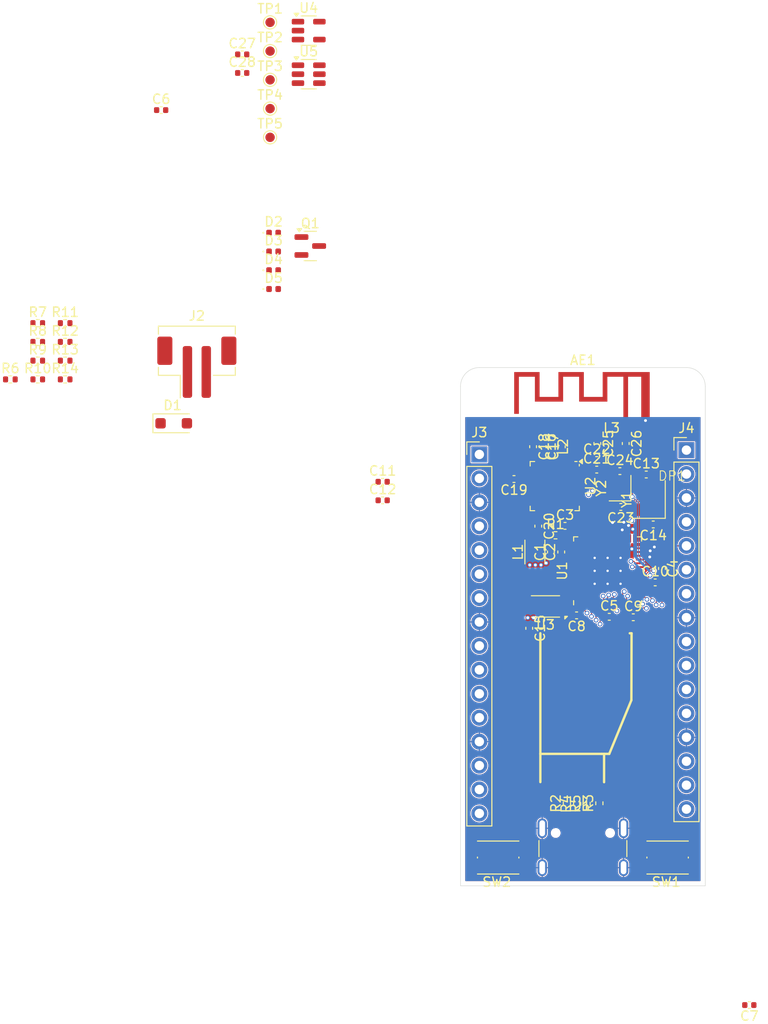
<source format=kicad_pcb>
(kicad_pcb (version 20240108) (generator "pcbnew") (generator_version "8.0")
  (layers (0 "F.Cu" signal) (1 "In1.Cu" signal) (2 "In2.Cu" signal) (31 "B.Cu" signal) (34 "B.Paste" user) (35 "F.Paste" user) (36 "B.SilkS" user "B.Silkscreen") (37 "F.SilkS" user "F.Silkscreen") (38 "B.Mask" user) (39 "F.Mask" user) (44 "Edge.Cuts" user))
  (net 0 "")
  (net 1 "Net-(AE1-FEED)")
  (net 2 "GND")
  (net 3 "+1V1")
  (net 4 "+3V3")
  (net 5 "/SW_AVDD")
  (net 6 "Net-(U1-XOUT)")
  (net 7 "Net-(U1-XIN)")
  (net 8 "Net-(C16-Pad1)")
  (net 9 "Net-(U2-XTAL_N)")
  (net 10 "Net-(U2-XTAL_P)")
  (net 11 "Net-(U2-LNA_IN)")
  (net 12 "Net-(U4-BP)")
  (net 13 "VBUS")
  (net 14 "VSYS")
  (net 15 "Net-(D2-A)")
  (net 16 "Net-(D3-K)")
  (net 17 "Net-(D3-A)")
  (net 18 "Net-(D4-K)")
  (net 19 "Net-(D5-A)")
  (net 20 "/LCD_SDA")
  (net 21 "Net-(DP1-LEDK)")
  (net 23 "/LCD_CS")
  (net 24 "/LCD_RES")
  (net 25 "/LCD_RS")
  (net 27 "/LCD_SCK")
  (net 30 "Net-(J1-CC1)")
  (net 31 "Net-(J1-D+-PadA6)")
  (net 32 "Net-(J1-D--PadA7)")
  (net 34 "Net-(J1-CC2)")
  (net 35 "Net-(J2-Pin_1)")
  (net 36 "/P0")
  (net 37 "/P6")
  (net 38 "/P16")
  (net 39 "/P8")
  (net 40 "/P20")
  (net 41 "/P7")
  (net 42 "/P18")
  (net 43 "/P17")
  (net 44 "/P19")
  (net 45 "/P9")
  (net 46 "/P3")
  (net 47 "/P1")
  (net 48 "/P2")
  (net 49 "/P22")
  (net 50 "/ESP_RX")
  (net 51 "/BOOTSEL")
  (net 52 "/P28_A2")
  (net 53 "/P21")
  (net 54 "/P27_A1")
  (net 55 "/RUN")
  (net 56 "/P29_A3")
  (net 57 "/P26_A0")
  (net 58 "/ESP_TX")
  (net 59 "/SW_LX")
  (net 60 "Net-(Q1-E)")
  (net 61 "Net-(Q1-B)")
  (net 62 "/USB_D-")
  (net 63 "/USB_D+")
  (net 64 "/FLASH_CS")
  (net 65 "/LCD_BACKLIGHT")
  (net 66 "Net-(U2-CHIP_EN)")
  (net 67 "Net-(U5-PROG)")
  (net 68 "Net-(U1-GPIO25)")
  (net 69 "Net-(U1-SWCLK)")
  (net 70 "Net-(U1-SWD)")
  (net 71 "Net-(U2-GPIO18)")
  (net 72 "Net-(U2-GPIO19)")
  (net 73 "/FLASH_D1")
  (net 74 "/FLASH_CLK")
  (net 75 "/FLASH_D3")
  (net 77 "/FLASH_D0")
  (net 79 "/FLASH_D2")
  (footprint "LED_SMD:LED_0402_1005Metric" (layer "F.Cu") (at 57.145 40.695)
    (property "Reference" "D2")
    (property "Value" "GREEN")
  )
  (footprint "Connector_PinHeader_2.54mm:PinHeader_1x16_P2.54mm_Vertical" (layer "F.Cu") (at 101 63.76)
    (property "Reference" "J4")
    (property "Value" "Conn_01x16")
  )
  (footprint "Resistor_SMD:R_0402_1005Metric" (layer "F.Cu") (at 89.39 101.3 90)
    (property "Reference" "R4")
    (property "Value" "200")
  )
  (footprint "Capacitor_SMD:C_0402_1005Metric" (layer "F.Cu") (at 86.6 74.575 90)
    (property "Reference" "C1")
    (property "Value" "4.7u")
  )
  (footprint "Resistor_SMD:R_0402_1005Metric" (layer "F.Cu") (at 29.18 56.255)
    (property "Reference" "R6")
    (property "Value" "1k")
  )
  (footprint "TestPoint:TestPoint_Pad_D1.0mm" (layer "F.Cu") (at 56.77 18.365)
    (property "Reference" "TP1")
    (property "Value" "SWCLK")
  )
  (footprint "Capacitor_SMD:C_0402_1005Metric" (layer "F.Cu") (at 89.33 81.3 180)
    (property "Reference" "C8")
    (property "Value" "100n")
  )
  (footprint "Capacitor_SMD:C_0402_1005Metric" (layer "F.Cu") (at 53.81 23.735)
    (property "Reference" "C28")
    (property "Value" "2.2u")
  )
  (footprint "Resistor_SMD:R_0402_1005Metric" (layer "F.Cu") (at 32.09 54.265)
    (property "Reference" "R9")
    (property "Value" "10k")
  )
  (footprint "LED_SMD:LED_0402_1005Metric" (layer "F.Cu") (at 57.145 44.675)
    (property "Reference" "D4")
    (property "Value" "BLUE")
  )
  (footprint "Capacitor_SMD:C_0402_1005Metric" (layer "F.Cu") (at 82.68 66.83 180)
    (property "Reference" "C19")
    (property "Value" "0.1u")
  )
  (footprint "Resistor_SMD:R_0402_1005Metric" (layer "F.Cu") (at 32.09 52.275)
    (property "Reference" "R8")
    (property "Value" "20")
  )
  (footprint "Package_TO_SOT_SMD:SOT-23-5" (layer "F.Cu") (at 60.87 19.24)
    (property "Reference" "U4")
    (property "Value" "MIC5205-3.3YM5")
  )
  (footprint "Capacitor_SMD:C_0402_1005Metric" (layer "F.Cu") (at 92.8 81.45)
    (property "Reference" "C5")
    (property "Value" "100n")
  )
  (footprint "LED_SMD:LED_0402_1005Metric" (layer "F.Cu") (at 57.145 46.665)
    (property "Reference" "D5")
    (property "Value" "EMERALD")
  )
  (footprint "Capacitor_SMD:C_0402_1005Metric" (layer "F.Cu") (at 87.7 74.575 90)
    (property "Reference" "C2")
    (property "Value" "4.7u")
  )
  (footprint "Package_TO_SOT_SMD:TSOT-23-6" (layer "F.Cu") (at 60.87 23.865)
    (property "Reference" "U5")
    (property "Value" "TP4057")
  )
  (footprint "Resistor_SMD:R_0402_1005Metric" (layer "F.Cu") (at 35 52.275)
    (property "Reference" "R12")
    (property "Value" "1.5k")
  )
  (footprint "Capacitor_SMD:C_0402_1005Metric" (layer "F.Cu") (at 45.2 27.675)
    (property "Reference" "C6")
    (property "Value" "100n")
  )
  (footprint "Resistor_SMD:R_0402_1005Metric" (layer "F.Cu") (at 91.75 101.24 90)
    (property "Reference" "R3")
    (property "Value" "5.1k")
  )
  (footprint "Package_SON:Winbond_USON-8-1EP_3x2mm_P0.5mm_EP0.2x1.6mm" (layer "F.Cu") (at 86.025 80.35 180)
    (property "Reference" "U3")
    (property "Value" "W25Q32JVZP")
  )
  (footprint "Capacitor_SMD:C_0402_1005Metric" (layer "F.Cu") (at 91.47 65.83)
    (property "Reference" "C21")
    (property "Value" "10n")
  )
  (footprint "Capacitor_SMD:C_0402_1005Metric" (layer "F.Cu") (at 98.4 76.32 -90)
    (property "Reference" "C4")
    (property "Value" "4.7u")
  )
  (footprint "Capacitor_SMD:C_0402_1005Metric" (layer "F.Cu") (at 91.47 64.81)
    (property "Reference" "C22")
    (property "Value" "1u")
  )
  (footprint "Capacitor_SMD:C_0402_1005Metric" (layer "F.Cu") (at 68.73 67.12)
    (property "Reference" "C11")
    (property "Value" "100n")
  )
  (footprint "Diode_SMD:D_SOD-123F" (layer "F.Cu") (at 46.535 60.915)
    (property "Reference" "D1")
    (property "Value" "MBR120VLSFT1G")
  )
  (footprint "Capacitor_SMD:C_0402_1005Metric" (layer "F.Cu") (at 107.68 122.655 180)
    (property "Reference" "C7")
    (property "Value" "100n")
  )
  (footprint "Capacitor_SMD:C_0402_1005Metric" (layer "F.Cu") (at 96.73 66.35)
    (property "Reference" "C13")
    (property "Value" "15p")
  )
  (footprint "TestPoint:TestPoint_Pad_D1.0mm" (layer "F.Cu") (at 56.77 24.465)
    (property "Reference" "TP3")
    (property "Value" "ESP_DP")
  )
  (footprint "Capacitor_SMD:C_0402_1005Metric" (layer "F.Cu") (at 87.76 63.41 90)
    (property "Reference" "C16")
    (property "Value" "0.1u")
  )
  (footprint "Inductor_SMD:L_0402_1005Metric" (layer "F.Cu") (at 86.73 63.405 -90)
    (property "Reference" "L2")
    (property "Value" "2n")
  )
  (footprint "RF_Antenna:Texas_SWRA117D_2.4GHz_Left" (layer "F.Cu") (at 94.55 60.625)
    (property "Reference" "AE1")
    (property "Value" "Antenna_Chip")
  )
  (footprint "Resistor_SMD:R_0402_1005Metric" (layer "F.Cu") (at 88.3 101.25 90)
    (property "Reference" "R2")
    (property "Value" "5.1k")
  )
  (footprint "Misc:N114-2413THBIG01-H13" (layer "F.Cu") (at 90.466 84)
    (property "Reference" "DP1")
    (property "Value" "~")
  )
  (footprint "Button_Switch_SMD:SW_Push_1P1T_NO_Vertical_Wuerth_434133025816" (layer "F.Cu") (at 99 107 180)
    (property "Reference" "SW1")
    (property "Value" "SW_Push")
  )
  (footprint "Package_DFN_QFN:QFN-32-1EP_5x5mm_P0.5mm_EP3.7x3.7mm" (layer "F.Cu") (at 87.01 67.58 -90)
    (property "Reference" "U2")
    (property "Value" "ESP32-C3FN4")
  )
  (footprint "Capacitor_SMD:C_0402_1005Metric" (layer "F.Cu") (at 91.535 63.06 -90)
    (property "Reference" "C25")
    (property "Value" "2.6p")
  )
  (footprint "Crystal:Crystal_SMD_3225-4Pin_3.2x2.5mm" (layer "F.Cu") (at 97.1 69 90)
    (property "Reference" "Y1")
    (property "Value" "12M")
  )
  (footprint "Resistor_SMD:R_0402_1005Metric" (layer "F.Cu") (at 32.09 50.285)
    (property "Reference" "R7")
    (property "Value" "1k")
  )
  (footprint "Button_Switch_SMD:SW_Push_1P1T_NO_Vertical_Wuerth_434133025816" (layer "F.Cu") (at 81 107 180)
    (property "Reference" "SW2")
    (property "Value" "SW_Push")
  )
  (footprint "Crystal:Crystal_SMD_2016-4Pin_2.0x1.6mm" (layer "F.Cu") (at 93.95 67.8 90)
    (property "Reference" "Y2")
    (property "Value" "40MHz")
  )
  (footprint "TestPoint:TestPoint_Pad_D1.0mm" (layer "F.Cu") (at 56.77 30.565)
    (property "Reference" "TP5")
    (property "Value" "ESP_RST")
  )
  (footprint "Capacitor_SMD:C_0402_1005Metric" (layer "F.Cu") (at 68.73 69.09)
    (property "Reference" "C12")
    (property "Value" "100n")
  )
  (footprint "Resistor_SMD:R_0402_1005Metric" (layer "F.Cu") (at 32.09 56.255)
    (property "Reference" "R10")
    (property "Value" "330")
  )
  (footprint "Connector_USB:USB_C_Receptacle_GCT_USB4105-xx-A_16P_TopMnt_Horizontal" (layer "F.Cu") (at 90 107)
    (property "Reference" "J1")
    (property "Value" "USB_C_Receptacle_USB2.0_16P")
  )
  (footprint "Resistor_SMD:R_0402_1005Metric" (layer "F.Cu") (at 35 54.265)
    (property "Reference" "R13")
    (property "Value" "4.7k")
  )
  (footprint "Resistor_SMD:R_0402_1005Metric" (layer "F.Cu") (at 35 50.285)
    (property "Reference" "R11")
    (property "Value" "1k")
  )
  (footprint "Connector_PinHeader_2.54mm:PinHeader_1x16_P2.54mm_Vertical" (layer "F.Cu") (at 79 64.22)
    (property "Reference" "J3")
    (property "Value" "Conn_01x16")
  )
  (footprint "Capacitor_SMD:C_0402_1005Metric" (layer "F.Cu") (at 97.47 71.65 180)
    (property "Reference" "C14")
    (property "Value" "15p")
  )
  (footprint "Inductor_SMD:L_Murata_DFE201610P" (layer "F.Cu") (at 84.9 74.575 90)
    (property "Reference" "L1")
    (property "Value" "3.3u")
  )
  (footprint "Capacitor_SMD:C_0402_1005Metric" (layer "F.Cu") (at 94.55 63.06 -90)
    (property "Reference" "C26")
    (property "Value" "2p")
  )
  (footprint "Capacitor_SMD:C_0402_1005Metric" (layer "F.Cu") (at 94.03 69.79 180)
    (property "Reference" "C23")
    (property "Value" "20p")
  )
  (footprint "Capacitor_SMD:C_0402_1005Metric" (layer "F.Cu") (at 53.81 21.765)
    (property "Reference" "C27")
    (property "Value" "470p")
  )
  (footprint "Capacitor_SMD:C_0402_1005Metric" (layer "F.Cu") (at 95.35 81.5)
    (property "Reference" "C9")
    (property "Value" "100n")
  )
  (footprint "Capacitor_SMD:C_0402_1005Metric" (layer "F.Cu") (at 97.68 77.8)
    (property "Reference" "C10")
    (property "Value" "100n")
  )
  (footprint "TestPoint:TestPoint_Pad_D1.0mm" (layer "F.Cu") (at 56.77 27.515)
    (property "Reference" "TP4")
    (property "Value" "ESP_DN")
  )
  (footprint "TestPoint:TestPoint_Pad_D1.0mm" (layer "F.Cu") (at 56.77 21.415)
    (property "Reference" "TP2")
    (property "Value" "SWDIO")
  )
  (footprint "Resistor_SMD:R_0402_1005Metric" (layer "F.Cu") (at 87.09 72.8)
    (property "Reference" "R1")
    (property "Value" "33")
  )
  (footprint "Resistor_SMD:R_0402_1005Metric" (layer "F.Cu") (at 35 56.255)
    (property "Reference" "R14")
    (property "Value" "330")
  )
  (footprint "Capacitor_SMD:C_0402_1005Metric" (layer "F.Cu") (at 84.71 63.4 -90)
    (property "Reference" "C18")
    (property "Value" "10u")
  )
  (footprint "Capacitor_SMD:C_0402_1005Metric" (layer "F.Cu") (at 88.1 71.8)
    (property "Reference" "C3")
    (property "Value" "4.7u")
  )
  (footprint "RP2350_60QFN_minimal:RP2350-QFN-60-1EP_7x7_P0.4mm_EP3.4x3.4mm_ThermalVias" (layer "F.Cu") (at 92.625 76.575 90)
    (property "Reference" "U1")
    (property "Value" "RP2350A")
  )
  (footprint "Capacitor_SMD:C_0402_1005Metric" (layer "F.Cu") (at 84.3 82.67 -90)
    (property "Reference" "C15")
    (property "Value" "100n")
  )
  (footprint "Inductor_SMD:L_0402_1005Metric" (layer "F.Cu") (at 93.05 62.58)
    (property "Reference" "L3")
    (property "Value" "2.7n")
  )
  (footprint "Connector_JST:JST_PH_B2B-PH-SM4-TB_1x02-1MP_P2.00mm_Vertical" (layer "F.Cu") (at 48.99 54.965)
    (property "Reference" "J2")
    (property "Value" "Battery_Pad")
  )
  (footprint "Capacitor_SMD:C_0402_1005Metric" (layer "F.Cu") (at 85.26 71.83 -90)
    (property "Reference" "C20")
    (property "Value" "0.1u")
  )
  (footprint "Capacitor_SMD:C_0402_1005Metric" (layer "F.Cu") (at 93.93 65.99)
    (property "Reference" "C24")
    (property "Value" "20p")
  )
  (footprint "Package_TO_SOT_SMD:SOT-23" (layer "F.Cu") (at 61.04 42.1)
    (property "Reference" "Q1")
    (property "Value" "BC807")
  )
  (footprint "Capacitor_SMD:C_0402_1005Metric" (layer "F.Cu") (at 85.72 63.4 -90)
    (property "Reference" "C17")
    (property "Value" "0.1u")
  )
  (footprint "LED_SMD:LED_0402_1005Metric" (layer "F.Cu") (at 57.145 42.685)
    (property "Reference" "D3")
    (property "Value" "RED")
  )
  (footprint "Resistor_SMD:R_0402_1005Metric" (layer "F.Cu") (at 90.39 101.29 90)
    (property "Reference" "R5")
    (property "Value" "200")
  )
  (gr_line (start 77 110) (end 103 110) (stroke (width 0.05)) (layer "Edge.Cuts"))
  (gr_line (start 88 55) (end 101 55) (stroke (width 0.05)) (layer "Edge.Cuts"))
  (gr_line (start 88 55) (end 79 55) (stroke (width 0.05)) (layer "Edge.Cuts"))
  (gr_line (start 103 110) (end 103 57) (stroke (width 0.05)) (layer "Edge.Cuts"))
  (gr_arc (start 77 57) (mid 77.585786 55.585786) (end 79 55) (stroke (width 0.05)) (layer "Edge.Cuts"))
  (gr_arc (start 101 55) (mid 102.414214 55.585786) (end 103 57) (stroke (width 0.05)) (layer "Edge.Cuts"))
  (gr_line (start 77 110) (end 77 57) (stroke (width 0.05)) (layer "Edge.Cuts"))
  (segment (start 94.55 62.58) (end 94.55 60.625) (width 0.3) (layer "F.Cu") (net 1))
  (segment (start 93.535 62.58) (end 94.55 62.58) (width 0.3) (layer "F.Cu") (net 1))
  (via (at 84.35 75.95) (size 0.5) (drill 0.3) (layers "F.Cu" "B.Cu") (net 3))
  (via (at 86.1 75.75) (size 0.5) (drill 0.3) (layers "F.Cu" "B.Cu") (net 3))
  (via (at 85.55 75.95) (size 0.5) (drill 0.3) (layers "F.Cu" "B.Cu") (net 3))
  (via (at 84.95 75.95) (size 0.5) (drill 0.3) (layers "F.Cu" "B.Cu") (net 3))
  (via (at 84.75 81.55) (size 0.5) (drill 0.3) (layers "F.Cu" "B.Cu") (net 4))
  (via (at 84.15 81.55) (size 0.5) (drill 0.3) (layers "F.Cu" "B.Cu") (net 4))
  (segment (start 89.1875 73.775) (end 88.575 73.775) (width 0.1) (layer "F.Cu") (net 5))
  (segment (start 87.62 72.78) (end 87.6 72.8) (width 0.1) (layer "F.Cu") (net 5))
  (segment (start 88 72.8) (end 87.6 72.8) (width 0.1) (layer "F.Cu") (net 5))
  (segment (start 87.62 71.8) (end 87.62 72.78) (width 0.1) (layer "F.Cu") (net 5))
  (segment (start 88.3 73.1) (end 88 72.8) (width 0.1) (layer "F.Cu") (net 5))
  (segment (start 88.3 73.5) (end 88.3 73.1) (width 0.1) (layer "F.Cu") (net 5))
  (segment (start 88.575 73.775) (end 88.3 73.5) (width 0.1) (layer "F.Cu") (net 5))
  (segment (start 95.6 67.9) (end 96.25 67.9) (width 0.1) (layer "F.Cu") (net 6))
  (segment (start 96.25 66.35) (end 96.25 67.9) (width 0.1) (layer "F.Cu") (net 6))
  (segment (start 96.0625 76.975) (end 96.659314 76.975) (width 0.1) (layer "F.Cu") (net 6))
  (segment (start 95.25 68.25) (end 95.6 67.9) (width 0.1) (layer "F.Cu") (net 6))
  (segment (start 96.659314 76.975) (end 97.057927 76.576387) (width 0.1) (layer "F.Cu") (net 6))
  (segment (start 95.25 68.7) (end 95.25 68.25) (width 0.1) (layer "F.Cu") (net 6))
  (segment (start 97.057927 76.576387) (end 97.518366 76.576387) (width 0.1) (layer "F.Cu") (net 6))
  (via (at 95.25 68.7) (size 0.5) (drill 0.3) (layers "F.Cu" "B.Cu") (net 6))
  (via (at 97.518366 76.576387) (size 0.5) (drill 0.3) (layers "F.Cu" "B.Cu") (net 6))
  (segment (start 95.9 69.35) (end 95.25 68.7) (width 0.1) (layer "B.Cu") (net 6))
  (segment (start 95.9 75) (end 95.9 71.95) (width 0.1) (layer "B.Cu") (net 6))
  (segment (start 97.518366 76.576387) (end 97.476387 76.576387) (width 0.1) (layer "B.Cu") (net 6))
  (segment (start 96.3 75.4) (end 95.9 75) (width 0.1) (layer "B.Cu") (net 6))
  (segment (start 97.476387 76.576387) (end 96.3 75.4) (width 0.1) (layer "B.Cu") (net 6))
  (segment (start 95.9 71.95) (end 95.9 69.35) (width 0.1) (layer "B.Cu") (net 6))
  (segment (start 95.5 69.05) (end 97.55 69.05) (width 0.1) (layer "F.Cu") (net 7))
  (segment (start 95.2 71.25) (end 95.2 69.35) (width 0.1) (layer "F.Cu") (net 7))
  (segment (start 97.55 69.05) (end 97.95 69.45) (width 0.1) (layer "F.Cu") (net 7))
  (segment (start 95.2 69.35) (end 95.5 69.05) (width 0.1) (layer "F.Cu") (net 7))
  (segment (start 97.95 69.45) (end 97.95 70.1) (width 0.1) (layer "F.Cu") (net 7))
  (segment (start 96.825 77.375) (end 97.15 77.05) (width 0.1) (layer "F.Cu") (net 7))
  (segment (start 96.0625 77.375) (end 96.825 77.375) (width 0.1) (layer "F.Cu") (net 7))
  (via (at 97.15 77.05) (size 0.5) (drill 0.3) (layers "F.Cu" "B.Cu") (net 7))
  (via (at 95.2 71.25) (size 0.5) (drill 0.3) (layers "F.Cu" "B.Cu") (net 7))
  (segment (start 97.15 77.05) (end 97.15 76.773707) (width 0.1) (layer "B.Cu") (net 7))
  (segment (start 95.817157 75.2) (end 95.7 75.082843) (width 0.1) (layer "B.Cu") (net 7))
  (segment (start 95.7 71.75) (end 95.2 71.25) (width 0.1) (layer "B.Cu") (net 7))
  (segment (start 97.15 76.773707) (end 97.118366 76.742073) (width 0.1) (layer "B.Cu") (net 7))
  (segment (start 97.118366 76.501208) (end 95.817157 75.2) (width 0.1) (layer "B.Cu") (net 7))
  (segment (start 97.118366 76.742073) (end 97.118366 76.501208) (width 0.1) (layer "B.Cu") (net 7))
  (segment (start 95.7 75.082843) (end 95.7 71.75) (width 0.1) (layer "B.Cu") (net 7))
  (segment (start 86.73 63.89) (end 87.76 63.89) (width 0.2) (layer "F.Cu") (net 8))
  (segment (start 87.76 64.44) (end 87.76 63.89) (width 0.2) (layer "F.Cu") (net 8))
  (segment (start 88.1 64.44) (end 87.76 64.44) (width 0.2) (layer "F.Cu") (net 8))
  (segment (start 87.76 65.13) (end 87.76 64.44) (width 0.2) (layer "F.Cu") (net 8))
  (segment (start 88.26 64.6) (end 88.1 64.44) (width 0.2) (layer "F.Cu") (net 8))
  (segment (start 88.26 65.13) (end 88.26 64.6) (width 0.2) (layer "F.Cu") (net 8))
  (segment (start 91.9 67.8) (end 94.4 67.8) (width 0.1) (layer "F.Cu") (net 9))
  (segment (start 94.5 67.9) (end 94.5 68.5) (width 0.1) (layer "F.Cu") (net 9))
  (segment (start 94.4 67.8) (end 94.5 67.9) (width 0.1) (layer "F.Cu") (net 9))
  (segment (start 94.51 69.79) (end 94.51 68.51) (width 0.1) (layer "F.Cu") (net 9))
  (segment (start 94.51 68.51) (end 94.5 68.5) (width 0.1) (layer "F.Cu") (net 9))
  (segment (start 89.46 67.33) (end 91.43 67.33) (width 0.1) (layer "F.Cu") (net 9))
  (segment (start 91.43 67.33) (end 91.9 67.8) (width 0.1) (layer "F.Cu") (net 9))
  (segment (start 89.46 66.83) (end 91.63 66.83) (width 0.1) (layer "F.Cu") (net 10))
  (segment (start 93.4 67.1) (end 93.4 66.9) (width 0.1) (layer "F.Cu") (net 10))
  (segment (start 93.45 66.85) (end 93.45 65.99) (width 0.1) (layer "F.Cu") (net 10))
  (segment (start 93.4 66.9) (end 93.45 66.85) (width 0.1) (layer "F.Cu") (net 10))
  (segment (start 91.63 66.83) (end 91.9 67.1) (width 0.1) (layer "F.Cu") (net 10))
  (segment (start 91.9 67.1) (end 93.4 67.1) (width 0.1) (layer "F.Cu") (net 10))
  (segment (start 89.90066 62.58) (end 92.565 62.58) (width 0.3) (layer "F.Cu") (net 11))
  (segment (start 88.76 65.13) (end 88.76 63.72066) (width 0.3) (layer "F.Cu") (net 11))
  (segment (start 88.97967 63.19033) (end 89.37033 62.79967) (width 0.3) (layer "F.Cu") (net 11))
  (arc (start 89.37033 62.79967) (mid 89.613647 62.63709) (end 89.90066 62.58) (width 0.3) (layer "F.Cu") (net 11))
  (arc (start 88.97967 63.19033) (mid 88.81709 63.433647) (end 88.76 63.72066) (width 0.3) (layer "F.Cu") (net 11))
  (segment (start 95.425 80.0125) (end 96.2625 80.0125) (width 0.1) (layer "F.Cu") (net 20))
  (segment (start 96.2625 80.0125) (end 96.35 80.1) (width 0.1) (layer "F.Cu") (net 20))
  (via (at 96.35 80.1) (size 0.5) (drill 0.3) (layers "F.Cu" "B.Cu") (net 20))
  (segment (start 97.785714 79.564473) (end 97.785714 80.176569) (width 0.1) (layer "F.Cu") (net 23))
  (segment (start 97.785714 80.176569) (end 97.778935 80.183348) (width 0.1) (layer "F.Cu") (net 23))
  (segment (start 96.796241 78.575) (end 97.785714 79.564473) (width 0.1) (layer "F.Cu") (net 23))
  (segment (start 96.0625 78.575) (end 96.796241 78.575) (width 0.1) (layer "F.Cu") (net 23))
  (via (at 97.778935 80.183348) (size 0.5) (drill 0.3) (layers "F.Cu" "B.Cu") (net 23))
  (segment (start 96.0625 79.375) (end 96.575 79.375) (width 0.1) (layer "F.Cu") (net 24))
  (segment (start 96.575 79.375) (end 96.8 79.6) (width 0.1) (layer "F.Cu") (net 24))
  (via (at 96.8 79.6) (size 0.5) (drill 0.3) (layers "F.Cu" "B.Cu") (net 24))
  (segment (start 96.0625 78.975) (end 96.740686 78.975) (width 0.1) (layer "F.Cu") (net 25))
  (segment (start 96.740686 78.975) (end 97.385714 79.620028) (width 0.1) (layer "F.Cu") (net 25))
  (segment (start 97.385714 79.620028) (end 97.385714 79.730159) (width 0.1) (layer "F.Cu") (net 25))
  (via (at 97.385714 79.730159) (size 0.5) (drill 0.3) (layers "F.Cu" "B.Cu") (net 25))
  (segment (start 95.025 80.0125) (end 95.025 80.45) (width 0.1) (layer "F.Cu") (net 27))
  (segment (start 96.693556 80.5) (end 96.745104 80.551548) (width 0.1) (layer "F.Cu") (net 27))
  (segment (start 95.175 80.6) (end 95.65 80.6) (width 0.1) (layer "F.Cu") (net 27))
  (segment (start 95.75 80.5) (end 96.693556 80.5) (width 0.1) (layer "F.Cu") (net 27))
  (segment (start 95.65 80.6) (end 95.75 80.5) (width 0.1) (layer "F.Cu") (net 27))
  (segment (start 95.025 80.45) (end 95.175 80.6) (width 0.1) (layer "F.Cu") (net 27))
  (via (at 96.745104 80.551548) (size 0.5) (drill 0.3) (layers "F.Cu" "B.Cu") (net 27))
  (segment (start 88.3 102) (end 88.75 102.45) (width 0.1) (layer "F.Cu") (net 30))
  (segment (start 88.75 102.45) (end 88.75 103.32) (width 0.1) (layer "F.Cu") (net 30))
  (segment (start 88.3 101.76) (end 88.3 102) (width 0.1) (layer "F.Cu") (net 30))
  (segment (start 89.75 102.745001) (end 89.900001 102.595) (width 0.1) (layer "F.Cu") (net 31))
  (segment (start 90.75 102.65) (end 90.39 102.29) (width 0.1) (layer "F.Cu") (net 31))
  (segment (start 90.39 102.29) (end 90.39 101.8) (width 0.1) (layer "F.Cu") (net 31))
  (segment (start 90.695 102.595) (end 90.75 102.65) (width 0.1) (layer "F.Cu") (net 31))
  (segment (start 89.75 103.32) (end 89.75 102.745001) (width 0.1) (layer "F.Cu") (net 31))
  (segment (start 90.75 102.65) (end 90.75 103.32) (width 0.1) (layer "F.Cu") (net 31))
  (segment (start 89.900001 102.595) (end 90.695 102.595) (width 0.1) (layer "F.Cu") (net 31))
  (segment (start 89.25 103.894999) (end 89.400001 104.045) (width 0.1) (layer "F.Cu") (net 32))
  (segment (start 89.25 102.45) (end 89.39 102.31) (width 0.1) (layer "F.Cu") (net 32))
  (segment (start 90.25 103.85) (end 90.25 103.32) (width 0.1) (layer "F.Cu") (net 32))
  (segment (start 89.25 103.32) (end 89.25 103.894999) (width 0.1) (layer "F.Cu") (net 32))
  (segment (start 89.25 103.32) (end 89.25 102.45) (width 0.1) (layer "F.Cu") (net 32))
  (segment (start 89.400001 104.045) (end 90.055 104.045) (width 0.1) (layer "F.Cu") (net 32))
  (segment (start 89.39 102.31) (end 89.39 101.81) (width 0.1) (layer "F.Cu") (net 32))
  (segment (start 90.055 104.045) (end 90.25 103.85) (width 0.1) (layer "F.Cu") (net 32))
  (segment (start 91.75 103.32) (end 91.75 101.75) (width 0.1) (layer "F.Cu") (net 34))
  (segment (start 90.225 80.0125) (end 90.225 80.842065) (width 0.1) (layer "F.Cu") (net 36))
  (segment (start 90.225 80.842065) (end 90.433856 81.050921) (width 0.1) (layer "F.Cu") (net 36))
  (via (at 90.433856 81.050921) (size 0.5) (drill 0.3) (layers "F.Cu" "B.Cu") (net 36))
  (segment (start 93.025 79.575) (end 93.33597 79.26403) (width 0.1) (layer "F.Cu") (net 37))
  (segment (start 93.33597 79.26403) (end 93.33597 79.078905) (width 0.1) (layer "F.Cu") (net 37))
  (segment (start 93.025 80.0125) (end 93.025 79.575) (width 0.1) (layer "F.Cu") (net 37))
  (via (at 93.33597 79.078905) (size 0.5) (drill 0.3) (layers "F.Cu" "B.Cu") (net 37))
  (segment (start 96.0625 74.975) (end 96.625 74.975) (width 0.1) (layer "F.Cu") (net 38))
  (segment (start 96.625 74.975) (end 97.15 74.45) (width 0.1) (layer "F.Cu") (net 38))
  (via (at 97.15 74.45) (size 0.5) (drill 0.3) (layers "F.Cu" "B.Cu") (net 38))
  (segment (start 94.225 80.0125) (end 94.225 78.934996) (width 0.1) (layer "F.Cu") (net 39))
  (segment (start 94.225 78.934996) (end 94.389998 78.769998) (width 0.1) (layer "F.Cu") (net 39))
  (via (at 94.389998 78.769998) (size 0.5) (drill 0.3) (layers "F.Cu" "B.Cu") (net 39))
  (segment (start 94.844444 72.26013) (end 94.844444 71.759524) (width 0.1) (layer "F.Cu") (net 40))
  (segment (start 95.025 73.1375) (end 95.025 72.440686) (width 0.1) (layer "F.Cu") (net 40))
  (segment (start 95.025 72.440686) (end 94.844444 72.26013) (width 0.1) (layer "F.Cu") (net 40))
  (via (at 94.844444 71.759524) (size 0.5) (drill 0.3) (layers "F.Cu" "B.Cu") (net 40))
  (segment (start 93.425 80.0125) (end 93.425 80.639132) (width 0.1) (layer "F.Cu") (net 41))
  (segment (start 93.425 80.639132) (end 93.612134 80.826266) (width 0.1) (layer "F.Cu") (net 41))
  (via (at 93.612134 80.826266) (size 0.5) (drill 0.3) (layers "F.Cu" "B.Cu") (net 41))
  (segment (start 95.275 74.175) (end 95.2 74.25) (width 0.1) (layer "F.Cu") (net 42))
  (segment (start 96.0625 74.175) (end 95.275 74.175) (width 0.1) (layer "F.Cu") (net 42))
  (via (at 95.2 74.25) (size 0.5) (drill 0.3) (layers "F.Cu" "B.Cu") (net 42))
  (segment (start 96.0625 74.575) (end 96.459314 74.575) (width 0.1) (layer "F.Cu") (net 43))
  (segment (start 96.459314 74.575) (end 96.991075 74.043239) (width 0.1) (layer "F.Cu") (net 43))
  (segment (start 96.991075 74.043239) (end 97.591076 74.043239) (width 0.1) (layer "F.Cu") (net 43))
  (via (at 97.591076 74.043239) (size 0.5) (drill 0.3) (layers "F.Cu" "B.Cu") (net 43))
  (segment (start 95.425 72.275) (end 95.3 72.15) (width 0.1) (layer "F.Cu") (net 44))
  (segment (start 95.425 73.1375) (end 95.425 72.275) (width 0.1) (layer "F.Cu") (net 44))
  (via (at 95.3 72.15) (size 0.5) (drill 0.3) (layers "F.Cu" "B.Cu") (net 44))
  (segment (start 94.625 80.0125) (end 94.625 79.375) (width 0.1) (layer "F.Cu") (net 45))
  (segment (start 94.625 79.375) (end 94.75 79.25) (width 0.1) (layer "F.Cu") (net 45))
  (via (at 94.75 79.25) (size 0.5) (drill 0.3) (layers "F.Cu" "B.Cu") (net 45))
  (segment (start 91.425 80.0125) (end 91.425 80.567157) (width 0.1) (layer "F.Cu") (net 46))
  (segment (start 91.824266 80.966423) (end 91.824266 82.224266) (width 0.1) (layer "F.Cu") (net 46))
  (segment (start 91.425 80.567157) (end 91.824266 80.966423) (width 0.1) (layer "F.Cu") (net 46))
  (via (at 91.824266 82.224266) (size 0.5) (drill 0.3) (layers "F.Cu" "B.Cu") (net 46))
  (segment (start 90.625 80.0125) (end 90.625 80.676379) (width 0.1) (layer "F.Cu") (net 47))
  (segment (start 90.625 80.676379) (end 90.914316 80.965695) (width 0.1) (layer "F.Cu") (net 47))
  (segment (start 90.914316 80.965695) (end 90.914316 81.410311) (width 0.1) (layer "F.Cu") (net 47))
  (via (at 90.914316 81.410311) (size 0.5) (drill 0.3) (layers "F.Cu" "B.Cu") (net 47))
  (segment (start 91.4 80.825) (end 91.4 81.8) (width 0.1) (layer "F.Cu") (net 48))
  (segment (start 91.025 80.45) (end 91.4 80.825) (width 0.1) (layer "F.Cu") (net 48))
  (segment (start 91.025 80.0125) (end 91.025 80.45) (width 0.1) (layer "F.Cu") (net 48))
  (via (at 91.4 81.8) (size 0.5) (drill 0.3) (layers "F.Cu" "B.Cu") (net 48))
  (segment (start 94.225 72.271452) (end 94.1805 72.226952) (width 0.1) (layer "F.Cu") (net 49))
  (segment (start 94.225 73.1375) (end 94.225 72.271452) (width 0.1) (layer "F.Cu") (net 49))
  (via (at 94.1805 72.226952) (size 0.5) (drill 0.3) (layers "F.Cu" "B.Cu") (net 49))
  (segment (start 92.225 79.325) (end 92.15 79.25) (width 0.1) (layer "F.Cu") (net 50))
  (segment (start 92.225 80.0125) (end 92.225 79.325) (width 0.1) (layer "F.Cu") (net 50))
  (segment (start 90.43 68.33) (end 90.6 68.5) (width 0.1) (layer "F.Cu") (net 50))
  (segment (start 89.46 68.33) (end 90.43 68.33) (width 0.1) (layer "F.Cu") (net 50))
  (via (at 92.15 79.25) (size 0.5) (drill 0.3) (layers "F.Cu" "B.Cu") (net 50))
  (via (at 90.6 68.5) (size 0.5) (drill 0.3) (layers "F.Cu" "B.Cu") (net 50))
  (segment (start 94.352078 71.832844) (end 94.352078 71.416626) (width 0.1) (layer "F.Cu") (net 53))
  (segment (start 94.625 72.105766) (end 94.352078 71.832844) (width 0.1) (layer "F.Cu") (net 53))
  (segment (start 94.625 73.1375) (end 94.625 72.105766) (width 0.1) (layer "F.Cu") (net 53))
  (via (at 94.352078 71.416626) (size 0.5) (drill 0.3) (layers "F.Cu" "B.Cu") (net 53))
  (segment (start 98.28 73.92) (end 101 73.92) (width 0.1) (layer "F.Cu") (net 55))
  (segment (start 96.0625 75.375) (end 96.825 75.375) (width 0.1) (layer "F.Cu") (net 55))
  (segment (start 97.1 75.1) (end 98.28 73.92) (width 0.1) (layer "F.Cu") (net 55))
  (segment (start 96.825 75.375) (end 97.1 75.1) (width 0.1) (layer "F.Cu") (net 55))
  (via (at 97.1 75.1) (size 0.5) (drill 0.3) (layers "F.Cu" "B.Cu") (net 55))
  (segment (start 92.625 79.245681) (end 92.738351 79.13233) (width 0.1) (layer "F.Cu") (net 58))
  (segment (start 92.625 80.0125) (end 92.625 79.245681) (width 0.1) (layer "F.Cu") (net 58))
  (segment (start 90.778532 67.83) (end 91.024266 68.075734) (width 0.1) (layer "F.Cu") (net 58))
  (segment (start 89.46 67.83) (end 90.778532 67.83) (width 0.1) (layer "F.Cu") (net 58))
  (via (at 91.024266 68.075734) (size 0.5) (drill 0.3) (layers "F.Cu" "B.Cu") (net 58))
  (via (at 92.738351 79.13233) (size 0.5) (drill 0.3) (layers "F.Cu" "B.Cu") (net 58))
  (segment (start 82.6 86.2) (end 82.6 77.65) (width 0.1) (layer "F.Cu") (net 62))
  (segment (start 87.5 76.35) (end 88.075 75.775) (width 0.1) (layer "F.Cu") (net 62))
  (segment (start 86.05 76.35) (end 87.5 76.35) (width 0.1) (layer "F.Cu") (net 62))
  (segment (start 89.669999 100.510001) (end 89.669999 93.269999) (width 0.1) (layer "F.Cu") (net 62))
  (segment (start 83.6 76.65) (end 85.75 76.65) (width 0.1) (layer "F.Cu") (net 62))
  (segment (start 88.075 75.775) (end 89.1875 75.775) (width 0.1) (layer "F.Cu") (net 62))
  (segment (start 89.669999 93.269999) (end 82.6 86.2) (width 0.1) (layer "F.Cu") (net 62))
  (segment (start 82.6 77.65) (end 83.6 76.65) (width 0.1) (layer "F.Cu") (net 62))
  (segment (start 85.75 76.65) (end 86.05 76.35) (width 0.1) (layer "F.Cu") (net 62))
  (segment (start 89.39 100.79) (end 89.669999 100.510001) (width 0.1) (layer "F.Cu") (net 62))
  (segment (start 87.65 76.65) (end 88.125 76.175) (width 0.1) (layer "F.Cu") (net 63))
  (segment (start 83.75 76.95) (end 85.9 76.95) (width 0.1) (layer "F.Cu") (net 63))
  (segment (start 90 93.1818) (end 82.9 86.0818) (width 0.1) (layer "F.Cu") (net 63))
  (segment (start 88.125 76.175) (end 89.1875 76.175) (width 0.1) (layer "F.Cu") (net 63))
  (segment (start 90 100.39) (end 90 93.1818) (width 0.1) (layer "F.Cu") (net 63))
  (segment (start 82.9 86.0818) (end 82.9 77.8) (width 0.1) (layer "F.Cu") (net 63))
  (segment (start 86.2 76.65) (end 87.65 76.65) (width 0.1) (layer "F.Cu") (net 63))
  (segment (start 82.9 77.8) (end 83.75 76.95) (width 0.1) (layer "F.Cu") (net 63))
  (segment (start 85.9 76.95) (end 86.2 76.65) (width 0.1) (layer "F.Cu") (net 63))
  (segment (start 90.39 100.78) (end 90 100.39) (width 0.1) (layer "F.Cu") (net 63))
  (segment (start 88.725 79.375) (end 88.6 79.5) (width 0.1) (layer "F.Cu") (net 64))
  (segment (start 88.6 79.5) (end 88.6 80.399999) (width 0.1) (layer "F.Cu") (net 64))
  (segment (start 89.1875 79.375) (end 88.725 79.375) (width 0.1) (layer "F.Cu") (net 64))
  (segment (start 88.6 80.399999) (end 87.899999 81.1) (width 0.1) (layer "F.Cu") (net 64))
  (segment (start 87.899999 81.1) (end 87.45 81.1) (width 0.1) (layer "F.Cu") (net 64))
  (segment (start 96.879084 78.375001) (end 97.802042 79.297959) (width 0.1) (layer "F.Cu") (net 65))
  (segment (start 96.5 78.175) (end 96.7 78.375) (width 0.1) (layer "F.Cu") (net 65))
  (segment (start 96.879084 78.375) (end 96.879084 78.375001) (width 0.1) (layer "F.Cu") (net 65))
  (segment (start 96.0625 78.175) (end 96.5 78.175) (width 0.1) (layer "F.Cu") (net 65))
  (segment (start 98.4 79.75) (end 98.4 80.2) (width 0.1) (layer "F.Cu") (net 65))
  (segment (start 98.054083 79.55) (end 98.2 79.55) (width 0.1) (layer "F.Cu") (net 65))
  (segment (start 97.802042 79.297959) (end 98.054083 79.55) (width 0.1) (layer "F.Cu") (net 65))
  (segment (start 96.7 78.375) (end 96.879084 78.375) (width 0.1) (layer "F.Cu") (net 65))
  (segment (start 98.2 79.55) (end 98.4 79.75) (width 0.1) (layer "F.Cu") (net 65))
  (via (at 98.4 80.2) (size 0.5) (drill 0.3) (layers "F.Cu" "B.Cu") (net 65))
  (segment (start 93.025 71.575) (end 93.15 71.45) (width 0.1) (layer "F.Cu") (net 68))
  (segment (start 93.025 73.1375) (end 93.025 71.575) (width 0.1) (layer "F.Cu") (net 68))
  (via (at 93.15 71.45) (size 0.5) (drill 0.3) (layers "F.Cu" "B.Cu") (net 68))
  (segment (start 95.275 76.175) (end 95.25 76.15) (width 0.1) (layer "F.Cu") (net 69))
  (segment (start 96.0625 76.175) (end 95.275 76.175) (width 0.1) (layer "F.Cu") (net 69))
  (via (at 95.25 76.15) (size 0.5) (drill 0.3) (layers "F.Cu" "B.Cu") (net 69))
  (segment (start 95.625 75.775) (end 95.418366 75.568366) (width 0.1) (layer "F.Cu") (net 70))
  (segment (start 95.418366 75.568366) (end 95.10268 75.568366) (width 0.1) (layer "F.Cu") (net 70))
  (segment (start 96.0625 75.775) (end 95.625 75.775) (width 0.1) (layer "F.Cu") (net 70))
  (via (at 95.10268 75.568366) (size 0.5) (drill 0.3) (layers "F.Cu" "B.Cu") (net 70))
  (segment (start 87.45 80.6) (end 87.899999 80.6) (width 0.1) (layer "F.Cu") (net 73))
  (segment (start 87.899999 80.6) (end 88.4 80.099999) (width 0.1) (layer "F.Cu") (net 73))
  (segment (start 88.4 79.2) (end 88.625 78.975) (width 0.1) (layer "F.Cu") (net 73))
  (segment (start 88.625 78.975) (end 89.1875 78.975) (width 0.1) (layer "F.Cu") (net 73))
  (segment (start 88.4 80.099999) (end 88.4 79.2) (width 0.1) (layer "F.Cu") (net 73))
  (segment (start 83.7 78.717157) (end 84.442157 77.975) (width 0.1) (layer "F.Cu") (net 74))
  (segment (start 84.6 80.1) (end 84.150001 80.1) (width 0.1) (layer "F.Cu") (net 74))
  (segment (start 84.150001 80.1) (end 83.7 79.649999) (width 0.1) (layer "F.Cu") (net 74))
  (segment (start 88.125 77.775) (end 89.1875 77.775) (width 0.1) (layer "F.Cu") (net 74))
  (segment (start 83.7 79.649999) (end 83.7 78.717157) (width 0.1) (layer "F.Cu") (net 74))
  (segment (start 84.442157 77.975) (end 87.925 77.975) (width 0.1) (layer "F.Cu") (net 74))
  (segment (start 87.925 77.975) (end 88.125 77.775) (width 0.1) (layer "F.Cu") (net 74))
  (segment (start 83.5 78.634315) (end 83.667158 78.467157) (width 0.1) (layer "F.Cu") (net 75))
  (segment (start 84.150001 80.6) (end 83.5 79.949999) (width 0.1) (layer "F.Cu") (net 75))
  (segment (start 84.6 80.6) (end 84.150001 80.6) (width 0.1) (layer "F.Cu") (net 75))
  (segment (start 83.5 79.949999) (end 83.5 78.634315) (width 0.1) (layer "F.Cu") (net 75))
  (segment (start 84.359314 77.775) (end 87.842158 77.775) (width 0.1) (layer "F.Cu") (net 75))
  (segment (start 87.842158 77.775) (end 88.242158 77.375) (width 0.1) (layer "F.Cu") (net 75))
  (segment (start 88.242158 77.375) (end 89.1875 77.375) (width 0.1) (layer "F.Cu") (net 75))
  (segment (start 83.667158 78.467157) (end 83.767158 78.367156) (width 0.1) (layer "F.Cu") (net 75))
  (segment (start 83.767158 78.367156) (end 84.359314 77.775) (width 0.1) (layer "F.Cu") (net 75))
  (segment (start 84.6 79.6) (end 84.2 79.6) (width 0.1) (layer "F.Cu") (net 77))
  (segment (start 83.9 79.3) (end 83.9 78.8) (width 0.1) (layer "F.Cu") (net 77))
  (segment (start 83.9 78.8) (end 84.525 78.175) (width 0.1) (layer "F.Cu") (net 77))
  (segment (start 84.525 78.175) (end 89.1875 78.175) (width 0.1) (layer "F.Cu") (net 77))
  (segment (start 84.2 79.6) (end 83.9 79.3) (width 0.1) (layer "F.Cu") (net 77))
  (segment (start 88 80.1) (end 88.2 79.9) (width 0.1) (layer "F.Cu") (net 79))
  (segment (start 88.425 78.575) (end 89.1875 78.575) (width 0.1) (layer "F.Cu") (net 79))
  (segment (start 88.2 78.8) (end 88.425 78.575) (width 0.1) (layer "F.Cu") (net 79))
  (segment (start 88.2 79.9) (end 88.2 78.8) (width 0.1) (layer "F.Cu") (net 79))
  (segment (start 87.45 80.1) (end 88 80.1) (width 0.1) (layer "F.Cu") (net 79))
  (zone (net 4) (net_name "+3V3") (layer "F.Cu") (priority 4) (connect_pads yes (clearance 0.1)) (min_thickness 0.1) (fill yes (thermal_gap 0.1) (thermal_bridge_width 0.1))
    (polygon (pts (xy 88.6 74.775) (xy 88.6 75.2) (xy 90 75.2) (xy 90 76.4) (xy 88.7 76.4) (xy 88.7 77.1) (xy 90 77.1) (xy 90 79.3) (xy 89.6 79.3) (xy 89.6 80.6) (xy 90 80.6) (xy 90 79.5) (xy 93.6 79.5) (xy 93.6 80.5) (xy 94 80.5) (xy 94 79.2) (xy 95.4 79.2) (xy 95.4 77.9) (xy 96.6 77.9) (xy 96.6 77.6) (xy 95.4 77.6) (xy 95.4 74) (xy 96.7 74) (xy 96.7 73.6) (xy 95.1 73.6) (xy 95.1 73.9) (xy 92.8 73.9) (xy 92.8 72.6) (xy 92.4 72.6) (xy 92.4 73.9) (xy 90 73.9) (xy 90 72.6) (xy 89.6 72.6) (xy 89.6 74) (xy 89.8 74) (xy 89.8 74.8)))
  )
  (zone (net 3) (net_name "+1V1") (layer "F.Cu") (priority 3) (connect_pads yes (clearance 0.1)) (min_thickness 0.1) (fill yes (thermal_gap 0.2) (thermal_bridge_width 0.2))
    (polygon (pts (xy 89.75 75.2) (xy 89.75 75.55) (xy 88.3 75.55) (xy 88 75.85) (xy 87.1 75.85) (xy 87.1 75.45) (xy 88.1 75.45) (xy 88.35 75.2)))
  )
  (zone (net 4) (net_name "+3V3") (layer "F.Cu") (priority 6) (connect_pads yes (clearance 0.1)) (min_thickness 0.25) (fill yes (thermal_gap 0.5) (thermal_bridge_width 0.5))
    (polygon (pts (xy 87 76.9) (xy 87 77.7) (xy 87.9 77.7) (xy 88.5 77.1) (xy 88.7 77.1) (xy 88.7 76.4) (xy 88.1 76.4) (xy 87.7 76.8) (xy 87.1 76.8)))
  )
  (zone (net 4) (net_name "+3V3") (layer "F.Cu") (priority 7) (connect_pads yes (clearance 0.1)) (min_thickness 0.25) (fill yes (thermal_gap 0.5) (thermal_bridge_width 0.5))
    (polygon (pts (xy 83.9 82.65) (xy 84.8 82.65) (xy 84.8 81.45) (xy 84.9 81.35) (xy 85.15 81.35) (xy 85.15 80.9) (xy 84.1 80.9) (xy 83.9 81.1)))
  )
  (zone (net 4) (net_name "+3V3") (layer "F.Cu") (priority 5) (connect_pads yes (clearance 0.1)) (min_thickness 0.1) (fill yes (thermal_gap 0.1) (thermal_bridge_width 0.1))
    (polygon (pts (xy 88.6 74.775) (xy 87.325 74.775) (xy 87.325 75.35) (xy 88.075 75.35) (xy 88.2 75.2) (xy 88.6 75.2)))
  )
  (zone (net 3) (net_name "+1V1") (layer "F.Cu") (priority 2) (connect_pads yes (clearance 0.1)) (min_thickness 0.1) (fill yes (thermal_gap 0.2) (thermal_bridge_width 0.2))
    (polygon (pts (xy 83.95 74.75) (xy 83.95 76.25) (xy 86.15 76.25) (xy 86.55 75.85) (xy 87.1 75.85) (xy 87.1 74.75)))
  )
  (zone (net 59) (net_name "/SW_LX") (layer "F.Cu") (priority 1) (connect_pads yes (clearance 0.1)) (min_thickness 0.1) (fill yes (thermal_gap 0.2) (thermal_bridge_width 0.2))
    (polygon (pts (xy 89.7 74.375) (xy 86.075 74.375) (xy 85.875 74.175) (xy 85.875 73.475) (xy 83.975 73.475) (xy 83.975 74.15) (xy 84.475 74.65) (xy 88.475 74.65) (xy 88.6 74.775) (xy 89.7 74.775)))
  )
  (zone (net 2) (net_name "GND") (layers "F.Cu" "In1.Cu" "B.Cu") (connect_pads (clearance 0.1)) (min_thickness 0.1) (fill yes (thermal_gap 0.1) (thermal_bridge_width 0.1))
    (polygon (pts (xy 76.75 60.25) (xy 103.25 60.25) (xy 103.25 110.25) (xy 76.75 110.25)))
  )
)
</source>
